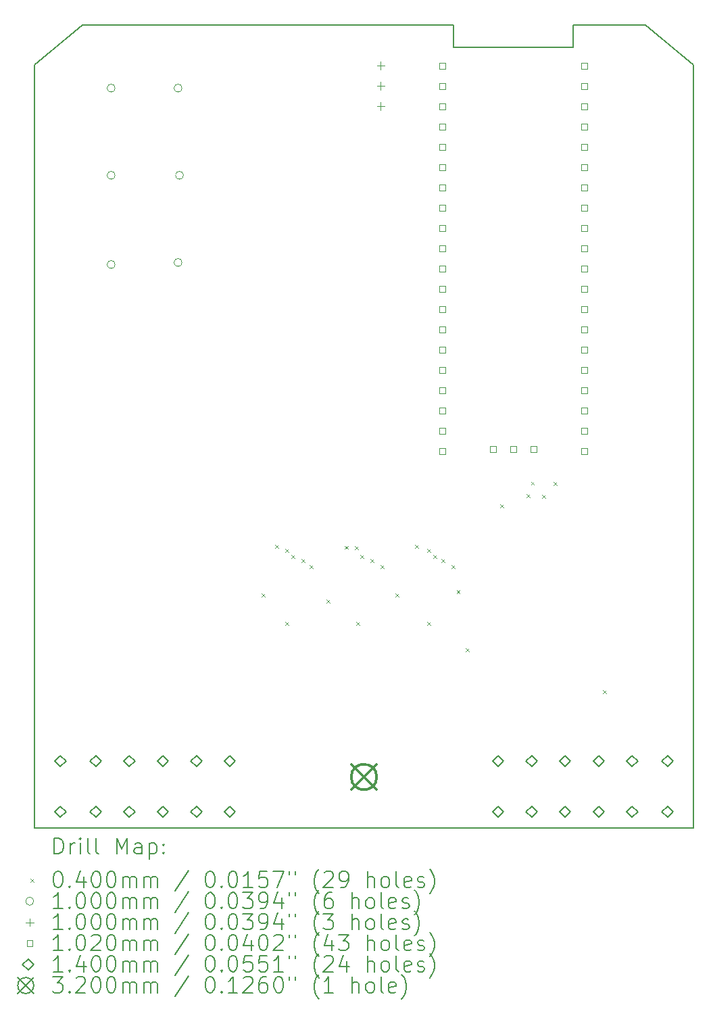
<source format=gbr>
%FSLAX45Y45*%
G04 Gerber Fmt 4.5, Leading zero omitted, Abs format (unit mm)*
G04 Created by KiCad (PCBNEW (6.0.5-0)) date 2023-01-01 23:24:14*
%MOMM*%
%LPD*%
G01*
G04 APERTURE LIST*
%TA.AperFunction,Profile*%
%ADD10C,0.200000*%
%TD*%
%ADD11C,0.200000*%
%ADD12C,0.040000*%
%ADD13C,0.100000*%
%ADD14C,0.102000*%
%ADD15C,0.140000*%
%ADD16C,0.320000*%
G04 APERTURE END LIST*
D10*
X17033000Y-5383200D02*
X17633000Y-5883200D01*
X9378000Y-5883200D02*
X9978000Y-5383200D01*
X16121700Y-5383200D02*
X17033000Y-5383200D01*
X17633000Y-5883200D02*
X17633000Y-15443200D01*
X14623100Y-5664200D02*
X14623100Y-5383200D01*
X16121700Y-5383200D02*
X16121700Y-5664200D01*
X14623100Y-5383200D02*
X9978000Y-5383200D01*
X14623100Y-5664200D02*
X16121700Y-5664200D01*
X17633000Y-15443200D02*
X9378000Y-15443200D01*
X9378000Y-5883200D02*
X9378000Y-15443200D01*
D11*
D12*
X12222800Y-12502200D02*
X12262800Y-12542200D01*
X12262800Y-12502200D02*
X12222800Y-12542200D01*
X12393300Y-11892600D02*
X12433300Y-11932600D01*
X12433300Y-11892600D02*
X12393300Y-11932600D01*
X12520300Y-11943400D02*
X12560300Y-11983400D01*
X12560300Y-11943400D02*
X12520300Y-11983400D01*
X12520300Y-12857800D02*
X12560300Y-12897800D01*
X12560300Y-12857800D02*
X12520300Y-12897800D01*
X12596500Y-12019600D02*
X12636500Y-12059600D01*
X12636500Y-12019600D02*
X12596500Y-12059600D01*
X12723500Y-12070400D02*
X12763500Y-12110400D01*
X12763500Y-12070400D02*
X12723500Y-12110400D01*
X12825100Y-12146600D02*
X12865100Y-12186600D01*
X12865100Y-12146600D02*
X12825100Y-12186600D01*
X13034050Y-12578400D02*
X13074050Y-12618400D01*
X13074050Y-12578400D02*
X13034050Y-12618400D01*
X13264200Y-11906198D02*
X13304200Y-11946198D01*
X13304200Y-11906198D02*
X13264200Y-11946198D01*
X13391200Y-11912250D02*
X13431200Y-11952250D01*
X13431200Y-11912250D02*
X13391200Y-11952250D01*
X13409300Y-12857800D02*
X13449300Y-12897800D01*
X13449300Y-12857800D02*
X13409300Y-12897800D01*
X13460100Y-12019600D02*
X13500100Y-12059600D01*
X13500100Y-12019600D02*
X13460100Y-12059600D01*
X13587100Y-12070400D02*
X13627100Y-12110400D01*
X13627100Y-12070400D02*
X13587100Y-12110400D01*
X13713000Y-12147700D02*
X13753000Y-12187700D01*
X13753000Y-12147700D02*
X13713000Y-12187700D01*
X13897650Y-12502200D02*
X13937650Y-12542200D01*
X13937650Y-12502200D02*
X13897650Y-12542200D01*
X14145900Y-11892600D02*
X14185900Y-11932600D01*
X14185900Y-11892600D02*
X14145900Y-11932600D01*
X14298300Y-11943400D02*
X14338300Y-11983400D01*
X14338300Y-11943400D02*
X14298300Y-11983400D01*
X14298300Y-12857800D02*
X14338300Y-12897800D01*
X14338300Y-12857800D02*
X14298300Y-12897800D01*
X14374500Y-12019600D02*
X14414500Y-12059600D01*
X14414500Y-12019600D02*
X14374500Y-12059600D01*
X14476100Y-12070400D02*
X14516100Y-12110400D01*
X14516100Y-12070400D02*
X14476100Y-12110400D01*
X14602000Y-12147700D02*
X14642000Y-12187700D01*
X14642000Y-12147700D02*
X14602000Y-12187700D01*
X14667000Y-12463700D02*
X14707000Y-12503700D01*
X14707000Y-12463700D02*
X14667000Y-12503700D01*
X14780900Y-13188000D02*
X14820900Y-13228000D01*
X14820900Y-13188000D02*
X14780900Y-13228000D01*
X15212700Y-11384600D02*
X15252700Y-11424600D01*
X15252700Y-11384600D02*
X15212700Y-11424600D01*
X15542900Y-11257600D02*
X15582900Y-11297600D01*
X15582900Y-11257600D02*
X15542900Y-11297600D01*
X15598334Y-11102534D02*
X15638334Y-11142534D01*
X15638334Y-11102534D02*
X15598334Y-11142534D01*
X15736066Y-11265666D02*
X15776066Y-11305666D01*
X15776066Y-11265666D02*
X15736066Y-11305666D01*
X15880400Y-11105200D02*
X15920400Y-11145200D01*
X15920400Y-11105200D02*
X15880400Y-11145200D01*
X16499500Y-13712800D02*
X16539500Y-13752800D01*
X16539500Y-13712800D02*
X16499500Y-13752800D01*
D13*
X10387800Y-6172200D02*
G75*
G03*
X10387800Y-6172200I-50000J0D01*
G01*
X10387800Y-7264400D02*
G75*
G03*
X10387800Y-7264400I-50000J0D01*
G01*
X10387800Y-8382000D02*
G75*
G03*
X10387800Y-8382000I-50000J0D01*
G01*
X11226000Y-6172200D02*
G75*
G03*
X11226000Y-6172200I-50000J0D01*
G01*
X11226000Y-8356600D02*
G75*
G03*
X11226000Y-8356600I-50000J0D01*
G01*
X11244100Y-7264400D02*
G75*
G03*
X11244100Y-7264400I-50000J0D01*
G01*
X13716000Y-5842800D02*
X13716000Y-5942800D01*
X13666000Y-5892800D02*
X13766000Y-5892800D01*
X13716000Y-6096800D02*
X13716000Y-6196800D01*
X13666000Y-6146800D02*
X13766000Y-6146800D01*
X13716000Y-6350800D02*
X13716000Y-6450800D01*
X13666000Y-6400800D02*
X13766000Y-6400800D01*
D14*
X14521363Y-5928863D02*
X14521363Y-5856737D01*
X14449237Y-5856737D01*
X14449237Y-5928863D01*
X14521363Y-5928863D01*
X14521363Y-6182863D02*
X14521363Y-6110737D01*
X14449237Y-6110737D01*
X14449237Y-6182863D01*
X14521363Y-6182863D01*
X14521363Y-6436863D02*
X14521363Y-6364737D01*
X14449237Y-6364737D01*
X14449237Y-6436863D01*
X14521363Y-6436863D01*
X14521363Y-6690863D02*
X14521363Y-6618737D01*
X14449237Y-6618737D01*
X14449237Y-6690863D01*
X14521363Y-6690863D01*
X14521363Y-6944863D02*
X14521363Y-6872737D01*
X14449237Y-6872737D01*
X14449237Y-6944863D01*
X14521363Y-6944863D01*
X14521363Y-7198863D02*
X14521363Y-7126737D01*
X14449237Y-7126737D01*
X14449237Y-7198863D01*
X14521363Y-7198863D01*
X14521363Y-7452863D02*
X14521363Y-7380737D01*
X14449237Y-7380737D01*
X14449237Y-7452863D01*
X14521363Y-7452863D01*
X14521363Y-7706863D02*
X14521363Y-7634737D01*
X14449237Y-7634737D01*
X14449237Y-7706863D01*
X14521363Y-7706863D01*
X14521363Y-7960863D02*
X14521363Y-7888737D01*
X14449237Y-7888737D01*
X14449237Y-7960863D01*
X14521363Y-7960863D01*
X14521363Y-8214863D02*
X14521363Y-8142737D01*
X14449237Y-8142737D01*
X14449237Y-8214863D01*
X14521363Y-8214863D01*
X14521363Y-8468863D02*
X14521363Y-8396737D01*
X14449237Y-8396737D01*
X14449237Y-8468863D01*
X14521363Y-8468863D01*
X14521363Y-8722863D02*
X14521363Y-8650737D01*
X14449237Y-8650737D01*
X14449237Y-8722863D01*
X14521363Y-8722863D01*
X14521363Y-8976863D02*
X14521363Y-8904737D01*
X14449237Y-8904737D01*
X14449237Y-8976863D01*
X14521363Y-8976863D01*
X14521363Y-9230863D02*
X14521363Y-9158737D01*
X14449237Y-9158737D01*
X14449237Y-9230863D01*
X14521363Y-9230863D01*
X14521363Y-9484863D02*
X14521363Y-9412737D01*
X14449237Y-9412737D01*
X14449237Y-9484863D01*
X14521363Y-9484863D01*
X14521363Y-9738863D02*
X14521363Y-9666737D01*
X14449237Y-9666737D01*
X14449237Y-9738863D01*
X14521363Y-9738863D01*
X14521363Y-9992863D02*
X14521363Y-9920737D01*
X14449237Y-9920737D01*
X14449237Y-9992863D01*
X14521363Y-9992863D01*
X14521363Y-10246863D02*
X14521363Y-10174737D01*
X14449237Y-10174737D01*
X14449237Y-10246863D01*
X14521363Y-10246863D01*
X14521363Y-10500863D02*
X14521363Y-10428737D01*
X14449237Y-10428737D01*
X14449237Y-10500863D01*
X14521363Y-10500863D01*
X14521363Y-10754863D02*
X14521363Y-10682737D01*
X14449237Y-10682737D01*
X14449237Y-10754863D01*
X14521363Y-10754863D01*
X15156363Y-10731863D02*
X15156363Y-10659737D01*
X15084237Y-10659737D01*
X15084237Y-10731863D01*
X15156363Y-10731863D01*
X15410363Y-10731863D02*
X15410363Y-10659737D01*
X15338237Y-10659737D01*
X15338237Y-10731863D01*
X15410363Y-10731863D01*
X15664363Y-10731863D02*
X15664363Y-10659737D01*
X15592237Y-10659737D01*
X15592237Y-10731863D01*
X15664363Y-10731863D01*
X16299363Y-5928863D02*
X16299363Y-5856737D01*
X16227237Y-5856737D01*
X16227237Y-5928863D01*
X16299363Y-5928863D01*
X16299363Y-6182863D02*
X16299363Y-6110737D01*
X16227237Y-6110737D01*
X16227237Y-6182863D01*
X16299363Y-6182863D01*
X16299363Y-6436863D02*
X16299363Y-6364737D01*
X16227237Y-6364737D01*
X16227237Y-6436863D01*
X16299363Y-6436863D01*
X16299363Y-6690863D02*
X16299363Y-6618737D01*
X16227237Y-6618737D01*
X16227237Y-6690863D01*
X16299363Y-6690863D01*
X16299363Y-6944863D02*
X16299363Y-6872737D01*
X16227237Y-6872737D01*
X16227237Y-6944863D01*
X16299363Y-6944863D01*
X16299363Y-7198863D02*
X16299363Y-7126737D01*
X16227237Y-7126737D01*
X16227237Y-7198863D01*
X16299363Y-7198863D01*
X16299363Y-7452863D02*
X16299363Y-7380737D01*
X16227237Y-7380737D01*
X16227237Y-7452863D01*
X16299363Y-7452863D01*
X16299363Y-7706863D02*
X16299363Y-7634737D01*
X16227237Y-7634737D01*
X16227237Y-7706863D01*
X16299363Y-7706863D01*
X16299363Y-7960863D02*
X16299363Y-7888737D01*
X16227237Y-7888737D01*
X16227237Y-7960863D01*
X16299363Y-7960863D01*
X16299363Y-8214863D02*
X16299363Y-8142737D01*
X16227237Y-8142737D01*
X16227237Y-8214863D01*
X16299363Y-8214863D01*
X16299363Y-8468863D02*
X16299363Y-8396737D01*
X16227237Y-8396737D01*
X16227237Y-8468863D01*
X16299363Y-8468863D01*
X16299363Y-8722863D02*
X16299363Y-8650737D01*
X16227237Y-8650737D01*
X16227237Y-8722863D01*
X16299363Y-8722863D01*
X16299363Y-8976863D02*
X16299363Y-8904737D01*
X16227237Y-8904737D01*
X16227237Y-8976863D01*
X16299363Y-8976863D01*
X16299363Y-9230863D02*
X16299363Y-9158737D01*
X16227237Y-9158737D01*
X16227237Y-9230863D01*
X16299363Y-9230863D01*
X16299363Y-9484863D02*
X16299363Y-9412737D01*
X16227237Y-9412737D01*
X16227237Y-9484863D01*
X16299363Y-9484863D01*
X16299363Y-9738863D02*
X16299363Y-9666737D01*
X16227237Y-9666737D01*
X16227237Y-9738863D01*
X16299363Y-9738863D01*
X16299363Y-9992863D02*
X16299363Y-9920737D01*
X16227237Y-9920737D01*
X16227237Y-9992863D01*
X16299363Y-9992863D01*
X16299363Y-10246863D02*
X16299363Y-10174737D01*
X16227237Y-10174737D01*
X16227237Y-10246863D01*
X16299363Y-10246863D01*
X16299363Y-10500863D02*
X16299363Y-10428737D01*
X16227237Y-10428737D01*
X16227237Y-10500863D01*
X16299363Y-10500863D01*
X16299363Y-10754863D02*
X16299363Y-10682737D01*
X16227237Y-10682737D01*
X16227237Y-10754863D01*
X16299363Y-10754863D01*
D15*
X9703000Y-14672600D02*
X9773000Y-14602600D01*
X9703000Y-14532600D01*
X9633000Y-14602600D01*
X9703000Y-14672600D01*
X9703000Y-15307600D02*
X9773000Y-15237600D01*
X9703000Y-15167600D01*
X9633000Y-15237600D01*
X9703000Y-15307600D01*
X10145500Y-14672600D02*
X10215500Y-14602600D01*
X10145500Y-14532600D01*
X10075500Y-14602600D01*
X10145500Y-14672600D01*
X10145500Y-15307600D02*
X10215500Y-15237600D01*
X10145500Y-15167600D01*
X10075500Y-15237600D01*
X10145500Y-15307600D01*
X10565500Y-14672600D02*
X10635500Y-14602600D01*
X10565500Y-14532600D01*
X10495500Y-14602600D01*
X10565500Y-14672600D01*
X10565500Y-15307600D02*
X10635500Y-15237600D01*
X10565500Y-15167600D01*
X10495500Y-15237600D01*
X10565500Y-15307600D01*
X10985500Y-14672600D02*
X11055500Y-14602600D01*
X10985500Y-14532600D01*
X10915500Y-14602600D01*
X10985500Y-14672600D01*
X10985500Y-15307600D02*
X11055500Y-15237600D01*
X10985500Y-15167600D01*
X10915500Y-15237600D01*
X10985500Y-15307600D01*
X11405500Y-14672600D02*
X11475500Y-14602600D01*
X11405500Y-14532600D01*
X11335500Y-14602600D01*
X11405500Y-14672600D01*
X11405500Y-15307600D02*
X11475500Y-15237600D01*
X11405500Y-15167600D01*
X11335500Y-15237600D01*
X11405500Y-15307600D01*
X11825500Y-14672600D02*
X11895500Y-14602600D01*
X11825500Y-14532600D01*
X11755500Y-14602600D01*
X11825500Y-14672600D01*
X11825500Y-15307600D02*
X11895500Y-15237600D01*
X11825500Y-15167600D01*
X11755500Y-15237600D01*
X11825500Y-15307600D01*
X15185500Y-14672600D02*
X15255500Y-14602600D01*
X15185500Y-14532600D01*
X15115500Y-14602600D01*
X15185500Y-14672600D01*
X15185500Y-15307600D02*
X15255500Y-15237600D01*
X15185500Y-15167600D01*
X15115500Y-15237600D01*
X15185500Y-15307600D01*
X15605500Y-14672600D02*
X15675500Y-14602600D01*
X15605500Y-14532600D01*
X15535500Y-14602600D01*
X15605500Y-14672600D01*
X15605500Y-15307600D02*
X15675500Y-15237600D01*
X15605500Y-15167600D01*
X15535500Y-15237600D01*
X15605500Y-15307600D01*
X16025500Y-14672600D02*
X16095500Y-14602600D01*
X16025500Y-14532600D01*
X15955500Y-14602600D01*
X16025500Y-14672600D01*
X16025500Y-15307600D02*
X16095500Y-15237600D01*
X16025500Y-15167600D01*
X15955500Y-15237600D01*
X16025500Y-15307600D01*
X16445500Y-14672600D02*
X16515500Y-14602600D01*
X16445500Y-14532600D01*
X16375500Y-14602600D01*
X16445500Y-14672600D01*
X16445500Y-15307600D02*
X16515500Y-15237600D01*
X16445500Y-15167600D01*
X16375500Y-15237600D01*
X16445500Y-15307600D01*
X16865500Y-14672600D02*
X16935500Y-14602600D01*
X16865500Y-14532600D01*
X16795500Y-14602600D01*
X16865500Y-14672600D01*
X16865500Y-15307600D02*
X16935500Y-15237600D01*
X16865500Y-15167600D01*
X16795500Y-15237600D01*
X16865500Y-15307600D01*
X17308000Y-14672600D02*
X17378000Y-14602600D01*
X17308000Y-14532600D01*
X17238000Y-14602600D01*
X17308000Y-14672600D01*
X17308000Y-15307600D02*
X17378000Y-15237600D01*
X17308000Y-15167600D01*
X17238000Y-15237600D01*
X17308000Y-15307600D01*
D16*
X13345500Y-14640600D02*
X13665500Y-14960600D01*
X13665500Y-14640600D02*
X13345500Y-14960600D01*
X13665500Y-14800600D02*
G75*
G03*
X13665500Y-14800600I-160000J0D01*
G01*
D11*
X9625619Y-15763676D02*
X9625619Y-15563676D01*
X9673238Y-15563676D01*
X9701810Y-15573200D01*
X9720857Y-15592248D01*
X9730381Y-15611295D01*
X9739905Y-15649390D01*
X9739905Y-15677962D01*
X9730381Y-15716057D01*
X9720857Y-15735105D01*
X9701810Y-15754152D01*
X9673238Y-15763676D01*
X9625619Y-15763676D01*
X9825619Y-15763676D02*
X9825619Y-15630343D01*
X9825619Y-15668438D02*
X9835143Y-15649390D01*
X9844667Y-15639867D01*
X9863714Y-15630343D01*
X9882762Y-15630343D01*
X9949429Y-15763676D02*
X9949429Y-15630343D01*
X9949429Y-15563676D02*
X9939905Y-15573200D01*
X9949429Y-15582724D01*
X9958952Y-15573200D01*
X9949429Y-15563676D01*
X9949429Y-15582724D01*
X10073238Y-15763676D02*
X10054190Y-15754152D01*
X10044667Y-15735105D01*
X10044667Y-15563676D01*
X10178000Y-15763676D02*
X10158952Y-15754152D01*
X10149429Y-15735105D01*
X10149429Y-15563676D01*
X10406571Y-15763676D02*
X10406571Y-15563676D01*
X10473238Y-15706533D01*
X10539905Y-15563676D01*
X10539905Y-15763676D01*
X10720857Y-15763676D02*
X10720857Y-15658914D01*
X10711333Y-15639867D01*
X10692286Y-15630343D01*
X10654190Y-15630343D01*
X10635143Y-15639867D01*
X10720857Y-15754152D02*
X10701810Y-15763676D01*
X10654190Y-15763676D01*
X10635143Y-15754152D01*
X10625619Y-15735105D01*
X10625619Y-15716057D01*
X10635143Y-15697009D01*
X10654190Y-15687486D01*
X10701810Y-15687486D01*
X10720857Y-15677962D01*
X10816095Y-15630343D02*
X10816095Y-15830343D01*
X10816095Y-15639867D02*
X10835143Y-15630343D01*
X10873238Y-15630343D01*
X10892286Y-15639867D01*
X10901810Y-15649390D01*
X10911333Y-15668438D01*
X10911333Y-15725581D01*
X10901810Y-15744628D01*
X10892286Y-15754152D01*
X10873238Y-15763676D01*
X10835143Y-15763676D01*
X10816095Y-15754152D01*
X10997048Y-15744628D02*
X11006571Y-15754152D01*
X10997048Y-15763676D01*
X10987524Y-15754152D01*
X10997048Y-15744628D01*
X10997048Y-15763676D01*
X10997048Y-15639867D02*
X11006571Y-15649390D01*
X10997048Y-15658914D01*
X10987524Y-15649390D01*
X10997048Y-15639867D01*
X10997048Y-15658914D01*
D12*
X9328000Y-16073200D02*
X9368000Y-16113200D01*
X9368000Y-16073200D02*
X9328000Y-16113200D01*
D11*
X9663714Y-15983676D02*
X9682762Y-15983676D01*
X9701810Y-15993200D01*
X9711333Y-16002724D01*
X9720857Y-16021771D01*
X9730381Y-16059867D01*
X9730381Y-16107486D01*
X9720857Y-16145581D01*
X9711333Y-16164628D01*
X9701810Y-16174152D01*
X9682762Y-16183676D01*
X9663714Y-16183676D01*
X9644667Y-16174152D01*
X9635143Y-16164628D01*
X9625619Y-16145581D01*
X9616095Y-16107486D01*
X9616095Y-16059867D01*
X9625619Y-16021771D01*
X9635143Y-16002724D01*
X9644667Y-15993200D01*
X9663714Y-15983676D01*
X9816095Y-16164628D02*
X9825619Y-16174152D01*
X9816095Y-16183676D01*
X9806571Y-16174152D01*
X9816095Y-16164628D01*
X9816095Y-16183676D01*
X9997048Y-16050343D02*
X9997048Y-16183676D01*
X9949429Y-15974152D02*
X9901810Y-16117009D01*
X10025619Y-16117009D01*
X10139905Y-15983676D02*
X10158952Y-15983676D01*
X10178000Y-15993200D01*
X10187524Y-16002724D01*
X10197048Y-16021771D01*
X10206571Y-16059867D01*
X10206571Y-16107486D01*
X10197048Y-16145581D01*
X10187524Y-16164628D01*
X10178000Y-16174152D01*
X10158952Y-16183676D01*
X10139905Y-16183676D01*
X10120857Y-16174152D01*
X10111333Y-16164628D01*
X10101810Y-16145581D01*
X10092286Y-16107486D01*
X10092286Y-16059867D01*
X10101810Y-16021771D01*
X10111333Y-16002724D01*
X10120857Y-15993200D01*
X10139905Y-15983676D01*
X10330381Y-15983676D02*
X10349429Y-15983676D01*
X10368476Y-15993200D01*
X10378000Y-16002724D01*
X10387524Y-16021771D01*
X10397048Y-16059867D01*
X10397048Y-16107486D01*
X10387524Y-16145581D01*
X10378000Y-16164628D01*
X10368476Y-16174152D01*
X10349429Y-16183676D01*
X10330381Y-16183676D01*
X10311333Y-16174152D01*
X10301810Y-16164628D01*
X10292286Y-16145581D01*
X10282762Y-16107486D01*
X10282762Y-16059867D01*
X10292286Y-16021771D01*
X10301810Y-16002724D01*
X10311333Y-15993200D01*
X10330381Y-15983676D01*
X10482762Y-16183676D02*
X10482762Y-16050343D01*
X10482762Y-16069390D02*
X10492286Y-16059867D01*
X10511333Y-16050343D01*
X10539905Y-16050343D01*
X10558952Y-16059867D01*
X10568476Y-16078914D01*
X10568476Y-16183676D01*
X10568476Y-16078914D02*
X10578000Y-16059867D01*
X10597048Y-16050343D01*
X10625619Y-16050343D01*
X10644667Y-16059867D01*
X10654190Y-16078914D01*
X10654190Y-16183676D01*
X10749429Y-16183676D02*
X10749429Y-16050343D01*
X10749429Y-16069390D02*
X10758952Y-16059867D01*
X10778000Y-16050343D01*
X10806571Y-16050343D01*
X10825619Y-16059867D01*
X10835143Y-16078914D01*
X10835143Y-16183676D01*
X10835143Y-16078914D02*
X10844667Y-16059867D01*
X10863714Y-16050343D01*
X10892286Y-16050343D01*
X10911333Y-16059867D01*
X10920857Y-16078914D01*
X10920857Y-16183676D01*
X11311333Y-15974152D02*
X11139905Y-16231295D01*
X11568476Y-15983676D02*
X11587524Y-15983676D01*
X11606571Y-15993200D01*
X11616095Y-16002724D01*
X11625619Y-16021771D01*
X11635143Y-16059867D01*
X11635143Y-16107486D01*
X11625619Y-16145581D01*
X11616095Y-16164628D01*
X11606571Y-16174152D01*
X11587524Y-16183676D01*
X11568476Y-16183676D01*
X11549428Y-16174152D01*
X11539905Y-16164628D01*
X11530381Y-16145581D01*
X11520857Y-16107486D01*
X11520857Y-16059867D01*
X11530381Y-16021771D01*
X11539905Y-16002724D01*
X11549428Y-15993200D01*
X11568476Y-15983676D01*
X11720857Y-16164628D02*
X11730381Y-16174152D01*
X11720857Y-16183676D01*
X11711333Y-16174152D01*
X11720857Y-16164628D01*
X11720857Y-16183676D01*
X11854190Y-15983676D02*
X11873238Y-15983676D01*
X11892286Y-15993200D01*
X11901809Y-16002724D01*
X11911333Y-16021771D01*
X11920857Y-16059867D01*
X11920857Y-16107486D01*
X11911333Y-16145581D01*
X11901809Y-16164628D01*
X11892286Y-16174152D01*
X11873238Y-16183676D01*
X11854190Y-16183676D01*
X11835143Y-16174152D01*
X11825619Y-16164628D01*
X11816095Y-16145581D01*
X11806571Y-16107486D01*
X11806571Y-16059867D01*
X11816095Y-16021771D01*
X11825619Y-16002724D01*
X11835143Y-15993200D01*
X11854190Y-15983676D01*
X12111333Y-16183676D02*
X11997048Y-16183676D01*
X12054190Y-16183676D02*
X12054190Y-15983676D01*
X12035143Y-16012248D01*
X12016095Y-16031295D01*
X11997048Y-16040819D01*
X12292286Y-15983676D02*
X12197048Y-15983676D01*
X12187524Y-16078914D01*
X12197048Y-16069390D01*
X12216095Y-16059867D01*
X12263714Y-16059867D01*
X12282762Y-16069390D01*
X12292286Y-16078914D01*
X12301809Y-16097962D01*
X12301809Y-16145581D01*
X12292286Y-16164628D01*
X12282762Y-16174152D01*
X12263714Y-16183676D01*
X12216095Y-16183676D01*
X12197048Y-16174152D01*
X12187524Y-16164628D01*
X12368476Y-15983676D02*
X12501809Y-15983676D01*
X12416095Y-16183676D01*
X12568476Y-15983676D02*
X12568476Y-16021771D01*
X12644667Y-15983676D02*
X12644667Y-16021771D01*
X12939905Y-16259867D02*
X12930381Y-16250343D01*
X12911333Y-16221771D01*
X12901809Y-16202724D01*
X12892286Y-16174152D01*
X12882762Y-16126533D01*
X12882762Y-16088438D01*
X12892286Y-16040819D01*
X12901809Y-16012248D01*
X12911333Y-15993200D01*
X12930381Y-15964628D01*
X12939905Y-15955105D01*
X13006571Y-16002724D02*
X13016095Y-15993200D01*
X13035143Y-15983676D01*
X13082762Y-15983676D01*
X13101809Y-15993200D01*
X13111333Y-16002724D01*
X13120857Y-16021771D01*
X13120857Y-16040819D01*
X13111333Y-16069390D01*
X12997048Y-16183676D01*
X13120857Y-16183676D01*
X13216095Y-16183676D02*
X13254190Y-16183676D01*
X13273238Y-16174152D01*
X13282762Y-16164628D01*
X13301809Y-16136057D01*
X13311333Y-16097962D01*
X13311333Y-16021771D01*
X13301809Y-16002724D01*
X13292286Y-15993200D01*
X13273238Y-15983676D01*
X13235143Y-15983676D01*
X13216095Y-15993200D01*
X13206571Y-16002724D01*
X13197048Y-16021771D01*
X13197048Y-16069390D01*
X13206571Y-16088438D01*
X13216095Y-16097962D01*
X13235143Y-16107486D01*
X13273238Y-16107486D01*
X13292286Y-16097962D01*
X13301809Y-16088438D01*
X13311333Y-16069390D01*
X13549428Y-16183676D02*
X13549428Y-15983676D01*
X13635143Y-16183676D02*
X13635143Y-16078914D01*
X13625619Y-16059867D01*
X13606571Y-16050343D01*
X13578000Y-16050343D01*
X13558952Y-16059867D01*
X13549428Y-16069390D01*
X13758952Y-16183676D02*
X13739905Y-16174152D01*
X13730381Y-16164628D01*
X13720857Y-16145581D01*
X13720857Y-16088438D01*
X13730381Y-16069390D01*
X13739905Y-16059867D01*
X13758952Y-16050343D01*
X13787524Y-16050343D01*
X13806571Y-16059867D01*
X13816095Y-16069390D01*
X13825619Y-16088438D01*
X13825619Y-16145581D01*
X13816095Y-16164628D01*
X13806571Y-16174152D01*
X13787524Y-16183676D01*
X13758952Y-16183676D01*
X13939905Y-16183676D02*
X13920857Y-16174152D01*
X13911333Y-16155105D01*
X13911333Y-15983676D01*
X14092286Y-16174152D02*
X14073238Y-16183676D01*
X14035143Y-16183676D01*
X14016095Y-16174152D01*
X14006571Y-16155105D01*
X14006571Y-16078914D01*
X14016095Y-16059867D01*
X14035143Y-16050343D01*
X14073238Y-16050343D01*
X14092286Y-16059867D01*
X14101809Y-16078914D01*
X14101809Y-16097962D01*
X14006571Y-16117009D01*
X14178000Y-16174152D02*
X14197048Y-16183676D01*
X14235143Y-16183676D01*
X14254190Y-16174152D01*
X14263714Y-16155105D01*
X14263714Y-16145581D01*
X14254190Y-16126533D01*
X14235143Y-16117009D01*
X14206571Y-16117009D01*
X14187524Y-16107486D01*
X14178000Y-16088438D01*
X14178000Y-16078914D01*
X14187524Y-16059867D01*
X14206571Y-16050343D01*
X14235143Y-16050343D01*
X14254190Y-16059867D01*
X14330381Y-16259867D02*
X14339905Y-16250343D01*
X14358952Y-16221771D01*
X14368476Y-16202724D01*
X14378000Y-16174152D01*
X14387524Y-16126533D01*
X14387524Y-16088438D01*
X14378000Y-16040819D01*
X14368476Y-16012248D01*
X14358952Y-15993200D01*
X14339905Y-15964628D01*
X14330381Y-15955105D01*
D13*
X9368000Y-16357200D02*
G75*
G03*
X9368000Y-16357200I-50000J0D01*
G01*
D11*
X9730381Y-16447676D02*
X9616095Y-16447676D01*
X9673238Y-16447676D02*
X9673238Y-16247676D01*
X9654190Y-16276248D01*
X9635143Y-16295295D01*
X9616095Y-16304819D01*
X9816095Y-16428628D02*
X9825619Y-16438152D01*
X9816095Y-16447676D01*
X9806571Y-16438152D01*
X9816095Y-16428628D01*
X9816095Y-16447676D01*
X9949429Y-16247676D02*
X9968476Y-16247676D01*
X9987524Y-16257200D01*
X9997048Y-16266724D01*
X10006571Y-16285771D01*
X10016095Y-16323867D01*
X10016095Y-16371486D01*
X10006571Y-16409581D01*
X9997048Y-16428628D01*
X9987524Y-16438152D01*
X9968476Y-16447676D01*
X9949429Y-16447676D01*
X9930381Y-16438152D01*
X9920857Y-16428628D01*
X9911333Y-16409581D01*
X9901810Y-16371486D01*
X9901810Y-16323867D01*
X9911333Y-16285771D01*
X9920857Y-16266724D01*
X9930381Y-16257200D01*
X9949429Y-16247676D01*
X10139905Y-16247676D02*
X10158952Y-16247676D01*
X10178000Y-16257200D01*
X10187524Y-16266724D01*
X10197048Y-16285771D01*
X10206571Y-16323867D01*
X10206571Y-16371486D01*
X10197048Y-16409581D01*
X10187524Y-16428628D01*
X10178000Y-16438152D01*
X10158952Y-16447676D01*
X10139905Y-16447676D01*
X10120857Y-16438152D01*
X10111333Y-16428628D01*
X10101810Y-16409581D01*
X10092286Y-16371486D01*
X10092286Y-16323867D01*
X10101810Y-16285771D01*
X10111333Y-16266724D01*
X10120857Y-16257200D01*
X10139905Y-16247676D01*
X10330381Y-16247676D02*
X10349429Y-16247676D01*
X10368476Y-16257200D01*
X10378000Y-16266724D01*
X10387524Y-16285771D01*
X10397048Y-16323867D01*
X10397048Y-16371486D01*
X10387524Y-16409581D01*
X10378000Y-16428628D01*
X10368476Y-16438152D01*
X10349429Y-16447676D01*
X10330381Y-16447676D01*
X10311333Y-16438152D01*
X10301810Y-16428628D01*
X10292286Y-16409581D01*
X10282762Y-16371486D01*
X10282762Y-16323867D01*
X10292286Y-16285771D01*
X10301810Y-16266724D01*
X10311333Y-16257200D01*
X10330381Y-16247676D01*
X10482762Y-16447676D02*
X10482762Y-16314343D01*
X10482762Y-16333390D02*
X10492286Y-16323867D01*
X10511333Y-16314343D01*
X10539905Y-16314343D01*
X10558952Y-16323867D01*
X10568476Y-16342914D01*
X10568476Y-16447676D01*
X10568476Y-16342914D02*
X10578000Y-16323867D01*
X10597048Y-16314343D01*
X10625619Y-16314343D01*
X10644667Y-16323867D01*
X10654190Y-16342914D01*
X10654190Y-16447676D01*
X10749429Y-16447676D02*
X10749429Y-16314343D01*
X10749429Y-16333390D02*
X10758952Y-16323867D01*
X10778000Y-16314343D01*
X10806571Y-16314343D01*
X10825619Y-16323867D01*
X10835143Y-16342914D01*
X10835143Y-16447676D01*
X10835143Y-16342914D02*
X10844667Y-16323867D01*
X10863714Y-16314343D01*
X10892286Y-16314343D01*
X10911333Y-16323867D01*
X10920857Y-16342914D01*
X10920857Y-16447676D01*
X11311333Y-16238152D02*
X11139905Y-16495295D01*
X11568476Y-16247676D02*
X11587524Y-16247676D01*
X11606571Y-16257200D01*
X11616095Y-16266724D01*
X11625619Y-16285771D01*
X11635143Y-16323867D01*
X11635143Y-16371486D01*
X11625619Y-16409581D01*
X11616095Y-16428628D01*
X11606571Y-16438152D01*
X11587524Y-16447676D01*
X11568476Y-16447676D01*
X11549428Y-16438152D01*
X11539905Y-16428628D01*
X11530381Y-16409581D01*
X11520857Y-16371486D01*
X11520857Y-16323867D01*
X11530381Y-16285771D01*
X11539905Y-16266724D01*
X11549428Y-16257200D01*
X11568476Y-16247676D01*
X11720857Y-16428628D02*
X11730381Y-16438152D01*
X11720857Y-16447676D01*
X11711333Y-16438152D01*
X11720857Y-16428628D01*
X11720857Y-16447676D01*
X11854190Y-16247676D02*
X11873238Y-16247676D01*
X11892286Y-16257200D01*
X11901809Y-16266724D01*
X11911333Y-16285771D01*
X11920857Y-16323867D01*
X11920857Y-16371486D01*
X11911333Y-16409581D01*
X11901809Y-16428628D01*
X11892286Y-16438152D01*
X11873238Y-16447676D01*
X11854190Y-16447676D01*
X11835143Y-16438152D01*
X11825619Y-16428628D01*
X11816095Y-16409581D01*
X11806571Y-16371486D01*
X11806571Y-16323867D01*
X11816095Y-16285771D01*
X11825619Y-16266724D01*
X11835143Y-16257200D01*
X11854190Y-16247676D01*
X11987524Y-16247676D02*
X12111333Y-16247676D01*
X12044667Y-16323867D01*
X12073238Y-16323867D01*
X12092286Y-16333390D01*
X12101809Y-16342914D01*
X12111333Y-16361962D01*
X12111333Y-16409581D01*
X12101809Y-16428628D01*
X12092286Y-16438152D01*
X12073238Y-16447676D01*
X12016095Y-16447676D01*
X11997048Y-16438152D01*
X11987524Y-16428628D01*
X12206571Y-16447676D02*
X12244667Y-16447676D01*
X12263714Y-16438152D01*
X12273238Y-16428628D01*
X12292286Y-16400057D01*
X12301809Y-16361962D01*
X12301809Y-16285771D01*
X12292286Y-16266724D01*
X12282762Y-16257200D01*
X12263714Y-16247676D01*
X12225619Y-16247676D01*
X12206571Y-16257200D01*
X12197048Y-16266724D01*
X12187524Y-16285771D01*
X12187524Y-16333390D01*
X12197048Y-16352438D01*
X12206571Y-16361962D01*
X12225619Y-16371486D01*
X12263714Y-16371486D01*
X12282762Y-16361962D01*
X12292286Y-16352438D01*
X12301809Y-16333390D01*
X12473238Y-16314343D02*
X12473238Y-16447676D01*
X12425619Y-16238152D02*
X12378000Y-16381009D01*
X12501809Y-16381009D01*
X12568476Y-16247676D02*
X12568476Y-16285771D01*
X12644667Y-16247676D02*
X12644667Y-16285771D01*
X12939905Y-16523867D02*
X12930381Y-16514343D01*
X12911333Y-16485771D01*
X12901809Y-16466724D01*
X12892286Y-16438152D01*
X12882762Y-16390533D01*
X12882762Y-16352438D01*
X12892286Y-16304819D01*
X12901809Y-16276248D01*
X12911333Y-16257200D01*
X12930381Y-16228628D01*
X12939905Y-16219105D01*
X13101809Y-16247676D02*
X13063714Y-16247676D01*
X13044667Y-16257200D01*
X13035143Y-16266724D01*
X13016095Y-16295295D01*
X13006571Y-16333390D01*
X13006571Y-16409581D01*
X13016095Y-16428628D01*
X13025619Y-16438152D01*
X13044667Y-16447676D01*
X13082762Y-16447676D01*
X13101809Y-16438152D01*
X13111333Y-16428628D01*
X13120857Y-16409581D01*
X13120857Y-16361962D01*
X13111333Y-16342914D01*
X13101809Y-16333390D01*
X13082762Y-16323867D01*
X13044667Y-16323867D01*
X13025619Y-16333390D01*
X13016095Y-16342914D01*
X13006571Y-16361962D01*
X13358952Y-16447676D02*
X13358952Y-16247676D01*
X13444667Y-16447676D02*
X13444667Y-16342914D01*
X13435143Y-16323867D01*
X13416095Y-16314343D01*
X13387524Y-16314343D01*
X13368476Y-16323867D01*
X13358952Y-16333390D01*
X13568476Y-16447676D02*
X13549428Y-16438152D01*
X13539905Y-16428628D01*
X13530381Y-16409581D01*
X13530381Y-16352438D01*
X13539905Y-16333390D01*
X13549428Y-16323867D01*
X13568476Y-16314343D01*
X13597048Y-16314343D01*
X13616095Y-16323867D01*
X13625619Y-16333390D01*
X13635143Y-16352438D01*
X13635143Y-16409581D01*
X13625619Y-16428628D01*
X13616095Y-16438152D01*
X13597048Y-16447676D01*
X13568476Y-16447676D01*
X13749428Y-16447676D02*
X13730381Y-16438152D01*
X13720857Y-16419105D01*
X13720857Y-16247676D01*
X13901809Y-16438152D02*
X13882762Y-16447676D01*
X13844667Y-16447676D01*
X13825619Y-16438152D01*
X13816095Y-16419105D01*
X13816095Y-16342914D01*
X13825619Y-16323867D01*
X13844667Y-16314343D01*
X13882762Y-16314343D01*
X13901809Y-16323867D01*
X13911333Y-16342914D01*
X13911333Y-16361962D01*
X13816095Y-16381009D01*
X13987524Y-16438152D02*
X14006571Y-16447676D01*
X14044667Y-16447676D01*
X14063714Y-16438152D01*
X14073238Y-16419105D01*
X14073238Y-16409581D01*
X14063714Y-16390533D01*
X14044667Y-16381009D01*
X14016095Y-16381009D01*
X13997048Y-16371486D01*
X13987524Y-16352438D01*
X13987524Y-16342914D01*
X13997048Y-16323867D01*
X14016095Y-16314343D01*
X14044667Y-16314343D01*
X14063714Y-16323867D01*
X14139905Y-16523867D02*
X14149428Y-16514343D01*
X14168476Y-16485771D01*
X14178000Y-16466724D01*
X14187524Y-16438152D01*
X14197048Y-16390533D01*
X14197048Y-16352438D01*
X14187524Y-16304819D01*
X14178000Y-16276248D01*
X14168476Y-16257200D01*
X14149428Y-16228628D01*
X14139905Y-16219105D01*
D13*
X9318000Y-16571200D02*
X9318000Y-16671200D01*
X9268000Y-16621200D02*
X9368000Y-16621200D01*
D11*
X9730381Y-16711676D02*
X9616095Y-16711676D01*
X9673238Y-16711676D02*
X9673238Y-16511676D01*
X9654190Y-16540248D01*
X9635143Y-16559295D01*
X9616095Y-16568819D01*
X9816095Y-16692628D02*
X9825619Y-16702152D01*
X9816095Y-16711676D01*
X9806571Y-16702152D01*
X9816095Y-16692628D01*
X9816095Y-16711676D01*
X9949429Y-16511676D02*
X9968476Y-16511676D01*
X9987524Y-16521200D01*
X9997048Y-16530724D01*
X10006571Y-16549771D01*
X10016095Y-16587867D01*
X10016095Y-16635486D01*
X10006571Y-16673581D01*
X9997048Y-16692628D01*
X9987524Y-16702152D01*
X9968476Y-16711676D01*
X9949429Y-16711676D01*
X9930381Y-16702152D01*
X9920857Y-16692628D01*
X9911333Y-16673581D01*
X9901810Y-16635486D01*
X9901810Y-16587867D01*
X9911333Y-16549771D01*
X9920857Y-16530724D01*
X9930381Y-16521200D01*
X9949429Y-16511676D01*
X10139905Y-16511676D02*
X10158952Y-16511676D01*
X10178000Y-16521200D01*
X10187524Y-16530724D01*
X10197048Y-16549771D01*
X10206571Y-16587867D01*
X10206571Y-16635486D01*
X10197048Y-16673581D01*
X10187524Y-16692628D01*
X10178000Y-16702152D01*
X10158952Y-16711676D01*
X10139905Y-16711676D01*
X10120857Y-16702152D01*
X10111333Y-16692628D01*
X10101810Y-16673581D01*
X10092286Y-16635486D01*
X10092286Y-16587867D01*
X10101810Y-16549771D01*
X10111333Y-16530724D01*
X10120857Y-16521200D01*
X10139905Y-16511676D01*
X10330381Y-16511676D02*
X10349429Y-16511676D01*
X10368476Y-16521200D01*
X10378000Y-16530724D01*
X10387524Y-16549771D01*
X10397048Y-16587867D01*
X10397048Y-16635486D01*
X10387524Y-16673581D01*
X10378000Y-16692628D01*
X10368476Y-16702152D01*
X10349429Y-16711676D01*
X10330381Y-16711676D01*
X10311333Y-16702152D01*
X10301810Y-16692628D01*
X10292286Y-16673581D01*
X10282762Y-16635486D01*
X10282762Y-16587867D01*
X10292286Y-16549771D01*
X10301810Y-16530724D01*
X10311333Y-16521200D01*
X10330381Y-16511676D01*
X10482762Y-16711676D02*
X10482762Y-16578343D01*
X10482762Y-16597390D02*
X10492286Y-16587867D01*
X10511333Y-16578343D01*
X10539905Y-16578343D01*
X10558952Y-16587867D01*
X10568476Y-16606914D01*
X10568476Y-16711676D01*
X10568476Y-16606914D02*
X10578000Y-16587867D01*
X10597048Y-16578343D01*
X10625619Y-16578343D01*
X10644667Y-16587867D01*
X10654190Y-16606914D01*
X10654190Y-16711676D01*
X10749429Y-16711676D02*
X10749429Y-16578343D01*
X10749429Y-16597390D02*
X10758952Y-16587867D01*
X10778000Y-16578343D01*
X10806571Y-16578343D01*
X10825619Y-16587867D01*
X10835143Y-16606914D01*
X10835143Y-16711676D01*
X10835143Y-16606914D02*
X10844667Y-16587867D01*
X10863714Y-16578343D01*
X10892286Y-16578343D01*
X10911333Y-16587867D01*
X10920857Y-16606914D01*
X10920857Y-16711676D01*
X11311333Y-16502152D02*
X11139905Y-16759295D01*
X11568476Y-16511676D02*
X11587524Y-16511676D01*
X11606571Y-16521200D01*
X11616095Y-16530724D01*
X11625619Y-16549771D01*
X11635143Y-16587867D01*
X11635143Y-16635486D01*
X11625619Y-16673581D01*
X11616095Y-16692628D01*
X11606571Y-16702152D01*
X11587524Y-16711676D01*
X11568476Y-16711676D01*
X11549428Y-16702152D01*
X11539905Y-16692628D01*
X11530381Y-16673581D01*
X11520857Y-16635486D01*
X11520857Y-16587867D01*
X11530381Y-16549771D01*
X11539905Y-16530724D01*
X11549428Y-16521200D01*
X11568476Y-16511676D01*
X11720857Y-16692628D02*
X11730381Y-16702152D01*
X11720857Y-16711676D01*
X11711333Y-16702152D01*
X11720857Y-16692628D01*
X11720857Y-16711676D01*
X11854190Y-16511676D02*
X11873238Y-16511676D01*
X11892286Y-16521200D01*
X11901809Y-16530724D01*
X11911333Y-16549771D01*
X11920857Y-16587867D01*
X11920857Y-16635486D01*
X11911333Y-16673581D01*
X11901809Y-16692628D01*
X11892286Y-16702152D01*
X11873238Y-16711676D01*
X11854190Y-16711676D01*
X11835143Y-16702152D01*
X11825619Y-16692628D01*
X11816095Y-16673581D01*
X11806571Y-16635486D01*
X11806571Y-16587867D01*
X11816095Y-16549771D01*
X11825619Y-16530724D01*
X11835143Y-16521200D01*
X11854190Y-16511676D01*
X11987524Y-16511676D02*
X12111333Y-16511676D01*
X12044667Y-16587867D01*
X12073238Y-16587867D01*
X12092286Y-16597390D01*
X12101809Y-16606914D01*
X12111333Y-16625962D01*
X12111333Y-16673581D01*
X12101809Y-16692628D01*
X12092286Y-16702152D01*
X12073238Y-16711676D01*
X12016095Y-16711676D01*
X11997048Y-16702152D01*
X11987524Y-16692628D01*
X12206571Y-16711676D02*
X12244667Y-16711676D01*
X12263714Y-16702152D01*
X12273238Y-16692628D01*
X12292286Y-16664057D01*
X12301809Y-16625962D01*
X12301809Y-16549771D01*
X12292286Y-16530724D01*
X12282762Y-16521200D01*
X12263714Y-16511676D01*
X12225619Y-16511676D01*
X12206571Y-16521200D01*
X12197048Y-16530724D01*
X12187524Y-16549771D01*
X12187524Y-16597390D01*
X12197048Y-16616438D01*
X12206571Y-16625962D01*
X12225619Y-16635486D01*
X12263714Y-16635486D01*
X12282762Y-16625962D01*
X12292286Y-16616438D01*
X12301809Y-16597390D01*
X12473238Y-16578343D02*
X12473238Y-16711676D01*
X12425619Y-16502152D02*
X12378000Y-16645009D01*
X12501809Y-16645009D01*
X12568476Y-16511676D02*
X12568476Y-16549771D01*
X12644667Y-16511676D02*
X12644667Y-16549771D01*
X12939905Y-16787867D02*
X12930381Y-16778343D01*
X12911333Y-16749771D01*
X12901809Y-16730724D01*
X12892286Y-16702152D01*
X12882762Y-16654533D01*
X12882762Y-16616438D01*
X12892286Y-16568819D01*
X12901809Y-16540248D01*
X12911333Y-16521200D01*
X12930381Y-16492628D01*
X12939905Y-16483105D01*
X12997048Y-16511676D02*
X13120857Y-16511676D01*
X13054190Y-16587867D01*
X13082762Y-16587867D01*
X13101809Y-16597390D01*
X13111333Y-16606914D01*
X13120857Y-16625962D01*
X13120857Y-16673581D01*
X13111333Y-16692628D01*
X13101809Y-16702152D01*
X13082762Y-16711676D01*
X13025619Y-16711676D01*
X13006571Y-16702152D01*
X12997048Y-16692628D01*
X13358952Y-16711676D02*
X13358952Y-16511676D01*
X13444667Y-16711676D02*
X13444667Y-16606914D01*
X13435143Y-16587867D01*
X13416095Y-16578343D01*
X13387524Y-16578343D01*
X13368476Y-16587867D01*
X13358952Y-16597390D01*
X13568476Y-16711676D02*
X13549428Y-16702152D01*
X13539905Y-16692628D01*
X13530381Y-16673581D01*
X13530381Y-16616438D01*
X13539905Y-16597390D01*
X13549428Y-16587867D01*
X13568476Y-16578343D01*
X13597048Y-16578343D01*
X13616095Y-16587867D01*
X13625619Y-16597390D01*
X13635143Y-16616438D01*
X13635143Y-16673581D01*
X13625619Y-16692628D01*
X13616095Y-16702152D01*
X13597048Y-16711676D01*
X13568476Y-16711676D01*
X13749428Y-16711676D02*
X13730381Y-16702152D01*
X13720857Y-16683105D01*
X13720857Y-16511676D01*
X13901809Y-16702152D02*
X13882762Y-16711676D01*
X13844667Y-16711676D01*
X13825619Y-16702152D01*
X13816095Y-16683105D01*
X13816095Y-16606914D01*
X13825619Y-16587867D01*
X13844667Y-16578343D01*
X13882762Y-16578343D01*
X13901809Y-16587867D01*
X13911333Y-16606914D01*
X13911333Y-16625962D01*
X13816095Y-16645009D01*
X13987524Y-16702152D02*
X14006571Y-16711676D01*
X14044667Y-16711676D01*
X14063714Y-16702152D01*
X14073238Y-16683105D01*
X14073238Y-16673581D01*
X14063714Y-16654533D01*
X14044667Y-16645009D01*
X14016095Y-16645009D01*
X13997048Y-16635486D01*
X13987524Y-16616438D01*
X13987524Y-16606914D01*
X13997048Y-16587867D01*
X14016095Y-16578343D01*
X14044667Y-16578343D01*
X14063714Y-16587867D01*
X14139905Y-16787867D02*
X14149428Y-16778343D01*
X14168476Y-16749771D01*
X14178000Y-16730724D01*
X14187524Y-16702152D01*
X14197048Y-16654533D01*
X14197048Y-16616438D01*
X14187524Y-16568819D01*
X14178000Y-16540248D01*
X14168476Y-16521200D01*
X14149428Y-16492628D01*
X14139905Y-16483105D01*
D14*
X9353063Y-16921263D02*
X9353063Y-16849137D01*
X9280937Y-16849137D01*
X9280937Y-16921263D01*
X9353063Y-16921263D01*
D11*
X9730381Y-16975676D02*
X9616095Y-16975676D01*
X9673238Y-16975676D02*
X9673238Y-16775676D01*
X9654190Y-16804248D01*
X9635143Y-16823295D01*
X9616095Y-16832819D01*
X9816095Y-16956629D02*
X9825619Y-16966152D01*
X9816095Y-16975676D01*
X9806571Y-16966152D01*
X9816095Y-16956629D01*
X9816095Y-16975676D01*
X9949429Y-16775676D02*
X9968476Y-16775676D01*
X9987524Y-16785200D01*
X9997048Y-16794724D01*
X10006571Y-16813771D01*
X10016095Y-16851867D01*
X10016095Y-16899486D01*
X10006571Y-16937581D01*
X9997048Y-16956629D01*
X9987524Y-16966152D01*
X9968476Y-16975676D01*
X9949429Y-16975676D01*
X9930381Y-16966152D01*
X9920857Y-16956629D01*
X9911333Y-16937581D01*
X9901810Y-16899486D01*
X9901810Y-16851867D01*
X9911333Y-16813771D01*
X9920857Y-16794724D01*
X9930381Y-16785200D01*
X9949429Y-16775676D01*
X10092286Y-16794724D02*
X10101810Y-16785200D01*
X10120857Y-16775676D01*
X10168476Y-16775676D01*
X10187524Y-16785200D01*
X10197048Y-16794724D01*
X10206571Y-16813771D01*
X10206571Y-16832819D01*
X10197048Y-16861390D01*
X10082762Y-16975676D01*
X10206571Y-16975676D01*
X10330381Y-16775676D02*
X10349429Y-16775676D01*
X10368476Y-16785200D01*
X10378000Y-16794724D01*
X10387524Y-16813771D01*
X10397048Y-16851867D01*
X10397048Y-16899486D01*
X10387524Y-16937581D01*
X10378000Y-16956629D01*
X10368476Y-16966152D01*
X10349429Y-16975676D01*
X10330381Y-16975676D01*
X10311333Y-16966152D01*
X10301810Y-16956629D01*
X10292286Y-16937581D01*
X10282762Y-16899486D01*
X10282762Y-16851867D01*
X10292286Y-16813771D01*
X10301810Y-16794724D01*
X10311333Y-16785200D01*
X10330381Y-16775676D01*
X10482762Y-16975676D02*
X10482762Y-16842343D01*
X10482762Y-16861390D02*
X10492286Y-16851867D01*
X10511333Y-16842343D01*
X10539905Y-16842343D01*
X10558952Y-16851867D01*
X10568476Y-16870914D01*
X10568476Y-16975676D01*
X10568476Y-16870914D02*
X10578000Y-16851867D01*
X10597048Y-16842343D01*
X10625619Y-16842343D01*
X10644667Y-16851867D01*
X10654190Y-16870914D01*
X10654190Y-16975676D01*
X10749429Y-16975676D02*
X10749429Y-16842343D01*
X10749429Y-16861390D02*
X10758952Y-16851867D01*
X10778000Y-16842343D01*
X10806571Y-16842343D01*
X10825619Y-16851867D01*
X10835143Y-16870914D01*
X10835143Y-16975676D01*
X10835143Y-16870914D02*
X10844667Y-16851867D01*
X10863714Y-16842343D01*
X10892286Y-16842343D01*
X10911333Y-16851867D01*
X10920857Y-16870914D01*
X10920857Y-16975676D01*
X11311333Y-16766152D02*
X11139905Y-17023295D01*
X11568476Y-16775676D02*
X11587524Y-16775676D01*
X11606571Y-16785200D01*
X11616095Y-16794724D01*
X11625619Y-16813771D01*
X11635143Y-16851867D01*
X11635143Y-16899486D01*
X11625619Y-16937581D01*
X11616095Y-16956629D01*
X11606571Y-16966152D01*
X11587524Y-16975676D01*
X11568476Y-16975676D01*
X11549428Y-16966152D01*
X11539905Y-16956629D01*
X11530381Y-16937581D01*
X11520857Y-16899486D01*
X11520857Y-16851867D01*
X11530381Y-16813771D01*
X11539905Y-16794724D01*
X11549428Y-16785200D01*
X11568476Y-16775676D01*
X11720857Y-16956629D02*
X11730381Y-16966152D01*
X11720857Y-16975676D01*
X11711333Y-16966152D01*
X11720857Y-16956629D01*
X11720857Y-16975676D01*
X11854190Y-16775676D02*
X11873238Y-16775676D01*
X11892286Y-16785200D01*
X11901809Y-16794724D01*
X11911333Y-16813771D01*
X11920857Y-16851867D01*
X11920857Y-16899486D01*
X11911333Y-16937581D01*
X11901809Y-16956629D01*
X11892286Y-16966152D01*
X11873238Y-16975676D01*
X11854190Y-16975676D01*
X11835143Y-16966152D01*
X11825619Y-16956629D01*
X11816095Y-16937581D01*
X11806571Y-16899486D01*
X11806571Y-16851867D01*
X11816095Y-16813771D01*
X11825619Y-16794724D01*
X11835143Y-16785200D01*
X11854190Y-16775676D01*
X12092286Y-16842343D02*
X12092286Y-16975676D01*
X12044667Y-16766152D02*
X11997048Y-16909010D01*
X12120857Y-16909010D01*
X12235143Y-16775676D02*
X12254190Y-16775676D01*
X12273238Y-16785200D01*
X12282762Y-16794724D01*
X12292286Y-16813771D01*
X12301809Y-16851867D01*
X12301809Y-16899486D01*
X12292286Y-16937581D01*
X12282762Y-16956629D01*
X12273238Y-16966152D01*
X12254190Y-16975676D01*
X12235143Y-16975676D01*
X12216095Y-16966152D01*
X12206571Y-16956629D01*
X12197048Y-16937581D01*
X12187524Y-16899486D01*
X12187524Y-16851867D01*
X12197048Y-16813771D01*
X12206571Y-16794724D01*
X12216095Y-16785200D01*
X12235143Y-16775676D01*
X12378000Y-16794724D02*
X12387524Y-16785200D01*
X12406571Y-16775676D01*
X12454190Y-16775676D01*
X12473238Y-16785200D01*
X12482762Y-16794724D01*
X12492286Y-16813771D01*
X12492286Y-16832819D01*
X12482762Y-16861390D01*
X12368476Y-16975676D01*
X12492286Y-16975676D01*
X12568476Y-16775676D02*
X12568476Y-16813771D01*
X12644667Y-16775676D02*
X12644667Y-16813771D01*
X12939905Y-17051867D02*
X12930381Y-17042343D01*
X12911333Y-17013771D01*
X12901809Y-16994724D01*
X12892286Y-16966152D01*
X12882762Y-16918533D01*
X12882762Y-16880438D01*
X12892286Y-16832819D01*
X12901809Y-16804248D01*
X12911333Y-16785200D01*
X12930381Y-16756628D01*
X12939905Y-16747105D01*
X13101809Y-16842343D02*
X13101809Y-16975676D01*
X13054190Y-16766152D02*
X13006571Y-16909010D01*
X13130381Y-16909010D01*
X13187524Y-16775676D02*
X13311333Y-16775676D01*
X13244667Y-16851867D01*
X13273238Y-16851867D01*
X13292286Y-16861390D01*
X13301809Y-16870914D01*
X13311333Y-16889962D01*
X13311333Y-16937581D01*
X13301809Y-16956629D01*
X13292286Y-16966152D01*
X13273238Y-16975676D01*
X13216095Y-16975676D01*
X13197048Y-16966152D01*
X13187524Y-16956629D01*
X13549428Y-16975676D02*
X13549428Y-16775676D01*
X13635143Y-16975676D02*
X13635143Y-16870914D01*
X13625619Y-16851867D01*
X13606571Y-16842343D01*
X13578000Y-16842343D01*
X13558952Y-16851867D01*
X13549428Y-16861390D01*
X13758952Y-16975676D02*
X13739905Y-16966152D01*
X13730381Y-16956629D01*
X13720857Y-16937581D01*
X13720857Y-16880438D01*
X13730381Y-16861390D01*
X13739905Y-16851867D01*
X13758952Y-16842343D01*
X13787524Y-16842343D01*
X13806571Y-16851867D01*
X13816095Y-16861390D01*
X13825619Y-16880438D01*
X13825619Y-16937581D01*
X13816095Y-16956629D01*
X13806571Y-16966152D01*
X13787524Y-16975676D01*
X13758952Y-16975676D01*
X13939905Y-16975676D02*
X13920857Y-16966152D01*
X13911333Y-16947105D01*
X13911333Y-16775676D01*
X14092286Y-16966152D02*
X14073238Y-16975676D01*
X14035143Y-16975676D01*
X14016095Y-16966152D01*
X14006571Y-16947105D01*
X14006571Y-16870914D01*
X14016095Y-16851867D01*
X14035143Y-16842343D01*
X14073238Y-16842343D01*
X14092286Y-16851867D01*
X14101809Y-16870914D01*
X14101809Y-16889962D01*
X14006571Y-16909010D01*
X14178000Y-16966152D02*
X14197048Y-16975676D01*
X14235143Y-16975676D01*
X14254190Y-16966152D01*
X14263714Y-16947105D01*
X14263714Y-16937581D01*
X14254190Y-16918533D01*
X14235143Y-16909010D01*
X14206571Y-16909010D01*
X14187524Y-16899486D01*
X14178000Y-16880438D01*
X14178000Y-16870914D01*
X14187524Y-16851867D01*
X14206571Y-16842343D01*
X14235143Y-16842343D01*
X14254190Y-16851867D01*
X14330381Y-17051867D02*
X14339905Y-17042343D01*
X14358952Y-17013771D01*
X14368476Y-16994724D01*
X14378000Y-16966152D01*
X14387524Y-16918533D01*
X14387524Y-16880438D01*
X14378000Y-16832819D01*
X14368476Y-16804248D01*
X14358952Y-16785200D01*
X14339905Y-16756628D01*
X14330381Y-16747105D01*
D15*
X9298000Y-17219200D02*
X9368000Y-17149200D01*
X9298000Y-17079200D01*
X9228000Y-17149200D01*
X9298000Y-17219200D01*
D11*
X9730381Y-17239676D02*
X9616095Y-17239676D01*
X9673238Y-17239676D02*
X9673238Y-17039676D01*
X9654190Y-17068248D01*
X9635143Y-17087295D01*
X9616095Y-17096819D01*
X9816095Y-17220629D02*
X9825619Y-17230152D01*
X9816095Y-17239676D01*
X9806571Y-17230152D01*
X9816095Y-17220629D01*
X9816095Y-17239676D01*
X9997048Y-17106343D02*
X9997048Y-17239676D01*
X9949429Y-17030152D02*
X9901810Y-17173010D01*
X10025619Y-17173010D01*
X10139905Y-17039676D02*
X10158952Y-17039676D01*
X10178000Y-17049200D01*
X10187524Y-17058724D01*
X10197048Y-17077771D01*
X10206571Y-17115867D01*
X10206571Y-17163486D01*
X10197048Y-17201581D01*
X10187524Y-17220629D01*
X10178000Y-17230152D01*
X10158952Y-17239676D01*
X10139905Y-17239676D01*
X10120857Y-17230152D01*
X10111333Y-17220629D01*
X10101810Y-17201581D01*
X10092286Y-17163486D01*
X10092286Y-17115867D01*
X10101810Y-17077771D01*
X10111333Y-17058724D01*
X10120857Y-17049200D01*
X10139905Y-17039676D01*
X10330381Y-17039676D02*
X10349429Y-17039676D01*
X10368476Y-17049200D01*
X10378000Y-17058724D01*
X10387524Y-17077771D01*
X10397048Y-17115867D01*
X10397048Y-17163486D01*
X10387524Y-17201581D01*
X10378000Y-17220629D01*
X10368476Y-17230152D01*
X10349429Y-17239676D01*
X10330381Y-17239676D01*
X10311333Y-17230152D01*
X10301810Y-17220629D01*
X10292286Y-17201581D01*
X10282762Y-17163486D01*
X10282762Y-17115867D01*
X10292286Y-17077771D01*
X10301810Y-17058724D01*
X10311333Y-17049200D01*
X10330381Y-17039676D01*
X10482762Y-17239676D02*
X10482762Y-17106343D01*
X10482762Y-17125390D02*
X10492286Y-17115867D01*
X10511333Y-17106343D01*
X10539905Y-17106343D01*
X10558952Y-17115867D01*
X10568476Y-17134914D01*
X10568476Y-17239676D01*
X10568476Y-17134914D02*
X10578000Y-17115867D01*
X10597048Y-17106343D01*
X10625619Y-17106343D01*
X10644667Y-17115867D01*
X10654190Y-17134914D01*
X10654190Y-17239676D01*
X10749429Y-17239676D02*
X10749429Y-17106343D01*
X10749429Y-17125390D02*
X10758952Y-17115867D01*
X10778000Y-17106343D01*
X10806571Y-17106343D01*
X10825619Y-17115867D01*
X10835143Y-17134914D01*
X10835143Y-17239676D01*
X10835143Y-17134914D02*
X10844667Y-17115867D01*
X10863714Y-17106343D01*
X10892286Y-17106343D01*
X10911333Y-17115867D01*
X10920857Y-17134914D01*
X10920857Y-17239676D01*
X11311333Y-17030152D02*
X11139905Y-17287295D01*
X11568476Y-17039676D02*
X11587524Y-17039676D01*
X11606571Y-17049200D01*
X11616095Y-17058724D01*
X11625619Y-17077771D01*
X11635143Y-17115867D01*
X11635143Y-17163486D01*
X11625619Y-17201581D01*
X11616095Y-17220629D01*
X11606571Y-17230152D01*
X11587524Y-17239676D01*
X11568476Y-17239676D01*
X11549428Y-17230152D01*
X11539905Y-17220629D01*
X11530381Y-17201581D01*
X11520857Y-17163486D01*
X11520857Y-17115867D01*
X11530381Y-17077771D01*
X11539905Y-17058724D01*
X11549428Y-17049200D01*
X11568476Y-17039676D01*
X11720857Y-17220629D02*
X11730381Y-17230152D01*
X11720857Y-17239676D01*
X11711333Y-17230152D01*
X11720857Y-17220629D01*
X11720857Y-17239676D01*
X11854190Y-17039676D02*
X11873238Y-17039676D01*
X11892286Y-17049200D01*
X11901809Y-17058724D01*
X11911333Y-17077771D01*
X11920857Y-17115867D01*
X11920857Y-17163486D01*
X11911333Y-17201581D01*
X11901809Y-17220629D01*
X11892286Y-17230152D01*
X11873238Y-17239676D01*
X11854190Y-17239676D01*
X11835143Y-17230152D01*
X11825619Y-17220629D01*
X11816095Y-17201581D01*
X11806571Y-17163486D01*
X11806571Y-17115867D01*
X11816095Y-17077771D01*
X11825619Y-17058724D01*
X11835143Y-17049200D01*
X11854190Y-17039676D01*
X12101809Y-17039676D02*
X12006571Y-17039676D01*
X11997048Y-17134914D01*
X12006571Y-17125390D01*
X12025619Y-17115867D01*
X12073238Y-17115867D01*
X12092286Y-17125390D01*
X12101809Y-17134914D01*
X12111333Y-17153962D01*
X12111333Y-17201581D01*
X12101809Y-17220629D01*
X12092286Y-17230152D01*
X12073238Y-17239676D01*
X12025619Y-17239676D01*
X12006571Y-17230152D01*
X11997048Y-17220629D01*
X12292286Y-17039676D02*
X12197048Y-17039676D01*
X12187524Y-17134914D01*
X12197048Y-17125390D01*
X12216095Y-17115867D01*
X12263714Y-17115867D01*
X12282762Y-17125390D01*
X12292286Y-17134914D01*
X12301809Y-17153962D01*
X12301809Y-17201581D01*
X12292286Y-17220629D01*
X12282762Y-17230152D01*
X12263714Y-17239676D01*
X12216095Y-17239676D01*
X12197048Y-17230152D01*
X12187524Y-17220629D01*
X12492286Y-17239676D02*
X12378000Y-17239676D01*
X12435143Y-17239676D02*
X12435143Y-17039676D01*
X12416095Y-17068248D01*
X12397048Y-17087295D01*
X12378000Y-17096819D01*
X12568476Y-17039676D02*
X12568476Y-17077771D01*
X12644667Y-17039676D02*
X12644667Y-17077771D01*
X12939905Y-17315867D02*
X12930381Y-17306343D01*
X12911333Y-17277771D01*
X12901809Y-17258724D01*
X12892286Y-17230152D01*
X12882762Y-17182533D01*
X12882762Y-17144438D01*
X12892286Y-17096819D01*
X12901809Y-17068248D01*
X12911333Y-17049200D01*
X12930381Y-17020629D01*
X12939905Y-17011105D01*
X13006571Y-17058724D02*
X13016095Y-17049200D01*
X13035143Y-17039676D01*
X13082762Y-17039676D01*
X13101809Y-17049200D01*
X13111333Y-17058724D01*
X13120857Y-17077771D01*
X13120857Y-17096819D01*
X13111333Y-17125390D01*
X12997048Y-17239676D01*
X13120857Y-17239676D01*
X13292286Y-17106343D02*
X13292286Y-17239676D01*
X13244667Y-17030152D02*
X13197048Y-17173010D01*
X13320857Y-17173010D01*
X13549428Y-17239676D02*
X13549428Y-17039676D01*
X13635143Y-17239676D02*
X13635143Y-17134914D01*
X13625619Y-17115867D01*
X13606571Y-17106343D01*
X13578000Y-17106343D01*
X13558952Y-17115867D01*
X13549428Y-17125390D01*
X13758952Y-17239676D02*
X13739905Y-17230152D01*
X13730381Y-17220629D01*
X13720857Y-17201581D01*
X13720857Y-17144438D01*
X13730381Y-17125390D01*
X13739905Y-17115867D01*
X13758952Y-17106343D01*
X13787524Y-17106343D01*
X13806571Y-17115867D01*
X13816095Y-17125390D01*
X13825619Y-17144438D01*
X13825619Y-17201581D01*
X13816095Y-17220629D01*
X13806571Y-17230152D01*
X13787524Y-17239676D01*
X13758952Y-17239676D01*
X13939905Y-17239676D02*
X13920857Y-17230152D01*
X13911333Y-17211105D01*
X13911333Y-17039676D01*
X14092286Y-17230152D02*
X14073238Y-17239676D01*
X14035143Y-17239676D01*
X14016095Y-17230152D01*
X14006571Y-17211105D01*
X14006571Y-17134914D01*
X14016095Y-17115867D01*
X14035143Y-17106343D01*
X14073238Y-17106343D01*
X14092286Y-17115867D01*
X14101809Y-17134914D01*
X14101809Y-17153962D01*
X14006571Y-17173010D01*
X14178000Y-17230152D02*
X14197048Y-17239676D01*
X14235143Y-17239676D01*
X14254190Y-17230152D01*
X14263714Y-17211105D01*
X14263714Y-17201581D01*
X14254190Y-17182533D01*
X14235143Y-17173010D01*
X14206571Y-17173010D01*
X14187524Y-17163486D01*
X14178000Y-17144438D01*
X14178000Y-17134914D01*
X14187524Y-17115867D01*
X14206571Y-17106343D01*
X14235143Y-17106343D01*
X14254190Y-17115867D01*
X14330381Y-17315867D02*
X14339905Y-17306343D01*
X14358952Y-17277771D01*
X14368476Y-17258724D01*
X14378000Y-17230152D01*
X14387524Y-17182533D01*
X14387524Y-17144438D01*
X14378000Y-17096819D01*
X14368476Y-17068248D01*
X14358952Y-17049200D01*
X14339905Y-17020629D01*
X14330381Y-17011105D01*
X9168000Y-17313200D02*
X9368000Y-17513200D01*
X9368000Y-17313200D02*
X9168000Y-17513200D01*
X9368000Y-17413200D02*
G75*
G03*
X9368000Y-17413200I-100000J0D01*
G01*
X9606571Y-17303676D02*
X9730381Y-17303676D01*
X9663714Y-17379867D01*
X9692286Y-17379867D01*
X9711333Y-17389390D01*
X9720857Y-17398914D01*
X9730381Y-17417962D01*
X9730381Y-17465581D01*
X9720857Y-17484629D01*
X9711333Y-17494152D01*
X9692286Y-17503676D01*
X9635143Y-17503676D01*
X9616095Y-17494152D01*
X9606571Y-17484629D01*
X9816095Y-17484629D02*
X9825619Y-17494152D01*
X9816095Y-17503676D01*
X9806571Y-17494152D01*
X9816095Y-17484629D01*
X9816095Y-17503676D01*
X9901810Y-17322724D02*
X9911333Y-17313200D01*
X9930381Y-17303676D01*
X9978000Y-17303676D01*
X9997048Y-17313200D01*
X10006571Y-17322724D01*
X10016095Y-17341771D01*
X10016095Y-17360819D01*
X10006571Y-17389390D01*
X9892286Y-17503676D01*
X10016095Y-17503676D01*
X10139905Y-17303676D02*
X10158952Y-17303676D01*
X10178000Y-17313200D01*
X10187524Y-17322724D01*
X10197048Y-17341771D01*
X10206571Y-17379867D01*
X10206571Y-17427486D01*
X10197048Y-17465581D01*
X10187524Y-17484629D01*
X10178000Y-17494152D01*
X10158952Y-17503676D01*
X10139905Y-17503676D01*
X10120857Y-17494152D01*
X10111333Y-17484629D01*
X10101810Y-17465581D01*
X10092286Y-17427486D01*
X10092286Y-17379867D01*
X10101810Y-17341771D01*
X10111333Y-17322724D01*
X10120857Y-17313200D01*
X10139905Y-17303676D01*
X10330381Y-17303676D02*
X10349429Y-17303676D01*
X10368476Y-17313200D01*
X10378000Y-17322724D01*
X10387524Y-17341771D01*
X10397048Y-17379867D01*
X10397048Y-17427486D01*
X10387524Y-17465581D01*
X10378000Y-17484629D01*
X10368476Y-17494152D01*
X10349429Y-17503676D01*
X10330381Y-17503676D01*
X10311333Y-17494152D01*
X10301810Y-17484629D01*
X10292286Y-17465581D01*
X10282762Y-17427486D01*
X10282762Y-17379867D01*
X10292286Y-17341771D01*
X10301810Y-17322724D01*
X10311333Y-17313200D01*
X10330381Y-17303676D01*
X10482762Y-17503676D02*
X10482762Y-17370343D01*
X10482762Y-17389390D02*
X10492286Y-17379867D01*
X10511333Y-17370343D01*
X10539905Y-17370343D01*
X10558952Y-17379867D01*
X10568476Y-17398914D01*
X10568476Y-17503676D01*
X10568476Y-17398914D02*
X10578000Y-17379867D01*
X10597048Y-17370343D01*
X10625619Y-17370343D01*
X10644667Y-17379867D01*
X10654190Y-17398914D01*
X10654190Y-17503676D01*
X10749429Y-17503676D02*
X10749429Y-17370343D01*
X10749429Y-17389390D02*
X10758952Y-17379867D01*
X10778000Y-17370343D01*
X10806571Y-17370343D01*
X10825619Y-17379867D01*
X10835143Y-17398914D01*
X10835143Y-17503676D01*
X10835143Y-17398914D02*
X10844667Y-17379867D01*
X10863714Y-17370343D01*
X10892286Y-17370343D01*
X10911333Y-17379867D01*
X10920857Y-17398914D01*
X10920857Y-17503676D01*
X11311333Y-17294152D02*
X11139905Y-17551295D01*
X11568476Y-17303676D02*
X11587524Y-17303676D01*
X11606571Y-17313200D01*
X11616095Y-17322724D01*
X11625619Y-17341771D01*
X11635143Y-17379867D01*
X11635143Y-17427486D01*
X11625619Y-17465581D01*
X11616095Y-17484629D01*
X11606571Y-17494152D01*
X11587524Y-17503676D01*
X11568476Y-17503676D01*
X11549428Y-17494152D01*
X11539905Y-17484629D01*
X11530381Y-17465581D01*
X11520857Y-17427486D01*
X11520857Y-17379867D01*
X11530381Y-17341771D01*
X11539905Y-17322724D01*
X11549428Y-17313200D01*
X11568476Y-17303676D01*
X11720857Y-17484629D02*
X11730381Y-17494152D01*
X11720857Y-17503676D01*
X11711333Y-17494152D01*
X11720857Y-17484629D01*
X11720857Y-17503676D01*
X11920857Y-17503676D02*
X11806571Y-17503676D01*
X11863714Y-17503676D02*
X11863714Y-17303676D01*
X11844667Y-17332248D01*
X11825619Y-17351295D01*
X11806571Y-17360819D01*
X11997048Y-17322724D02*
X12006571Y-17313200D01*
X12025619Y-17303676D01*
X12073238Y-17303676D01*
X12092286Y-17313200D01*
X12101809Y-17322724D01*
X12111333Y-17341771D01*
X12111333Y-17360819D01*
X12101809Y-17389390D01*
X11987524Y-17503676D01*
X12111333Y-17503676D01*
X12282762Y-17303676D02*
X12244667Y-17303676D01*
X12225619Y-17313200D01*
X12216095Y-17322724D01*
X12197048Y-17351295D01*
X12187524Y-17389390D01*
X12187524Y-17465581D01*
X12197048Y-17484629D01*
X12206571Y-17494152D01*
X12225619Y-17503676D01*
X12263714Y-17503676D01*
X12282762Y-17494152D01*
X12292286Y-17484629D01*
X12301809Y-17465581D01*
X12301809Y-17417962D01*
X12292286Y-17398914D01*
X12282762Y-17389390D01*
X12263714Y-17379867D01*
X12225619Y-17379867D01*
X12206571Y-17389390D01*
X12197048Y-17398914D01*
X12187524Y-17417962D01*
X12425619Y-17303676D02*
X12444667Y-17303676D01*
X12463714Y-17313200D01*
X12473238Y-17322724D01*
X12482762Y-17341771D01*
X12492286Y-17379867D01*
X12492286Y-17427486D01*
X12482762Y-17465581D01*
X12473238Y-17484629D01*
X12463714Y-17494152D01*
X12444667Y-17503676D01*
X12425619Y-17503676D01*
X12406571Y-17494152D01*
X12397048Y-17484629D01*
X12387524Y-17465581D01*
X12378000Y-17427486D01*
X12378000Y-17379867D01*
X12387524Y-17341771D01*
X12397048Y-17322724D01*
X12406571Y-17313200D01*
X12425619Y-17303676D01*
X12568476Y-17303676D02*
X12568476Y-17341771D01*
X12644667Y-17303676D02*
X12644667Y-17341771D01*
X12939905Y-17579867D02*
X12930381Y-17570343D01*
X12911333Y-17541771D01*
X12901809Y-17522724D01*
X12892286Y-17494152D01*
X12882762Y-17446533D01*
X12882762Y-17408438D01*
X12892286Y-17360819D01*
X12901809Y-17332248D01*
X12911333Y-17313200D01*
X12930381Y-17284629D01*
X12939905Y-17275105D01*
X13120857Y-17503676D02*
X13006571Y-17503676D01*
X13063714Y-17503676D02*
X13063714Y-17303676D01*
X13044667Y-17332248D01*
X13025619Y-17351295D01*
X13006571Y-17360819D01*
X13358952Y-17503676D02*
X13358952Y-17303676D01*
X13444667Y-17503676D02*
X13444667Y-17398914D01*
X13435143Y-17379867D01*
X13416095Y-17370343D01*
X13387524Y-17370343D01*
X13368476Y-17379867D01*
X13358952Y-17389390D01*
X13568476Y-17503676D02*
X13549428Y-17494152D01*
X13539905Y-17484629D01*
X13530381Y-17465581D01*
X13530381Y-17408438D01*
X13539905Y-17389390D01*
X13549428Y-17379867D01*
X13568476Y-17370343D01*
X13597048Y-17370343D01*
X13616095Y-17379867D01*
X13625619Y-17389390D01*
X13635143Y-17408438D01*
X13635143Y-17465581D01*
X13625619Y-17484629D01*
X13616095Y-17494152D01*
X13597048Y-17503676D01*
X13568476Y-17503676D01*
X13749428Y-17503676D02*
X13730381Y-17494152D01*
X13720857Y-17475105D01*
X13720857Y-17303676D01*
X13901809Y-17494152D02*
X13882762Y-17503676D01*
X13844667Y-17503676D01*
X13825619Y-17494152D01*
X13816095Y-17475105D01*
X13816095Y-17398914D01*
X13825619Y-17379867D01*
X13844667Y-17370343D01*
X13882762Y-17370343D01*
X13901809Y-17379867D01*
X13911333Y-17398914D01*
X13911333Y-17417962D01*
X13816095Y-17437010D01*
X13978000Y-17579867D02*
X13987524Y-17570343D01*
X14006571Y-17541771D01*
X14016095Y-17522724D01*
X14025619Y-17494152D01*
X14035143Y-17446533D01*
X14035143Y-17408438D01*
X14025619Y-17360819D01*
X14016095Y-17332248D01*
X14006571Y-17313200D01*
X13987524Y-17284629D01*
X13978000Y-17275105D01*
M02*

</source>
